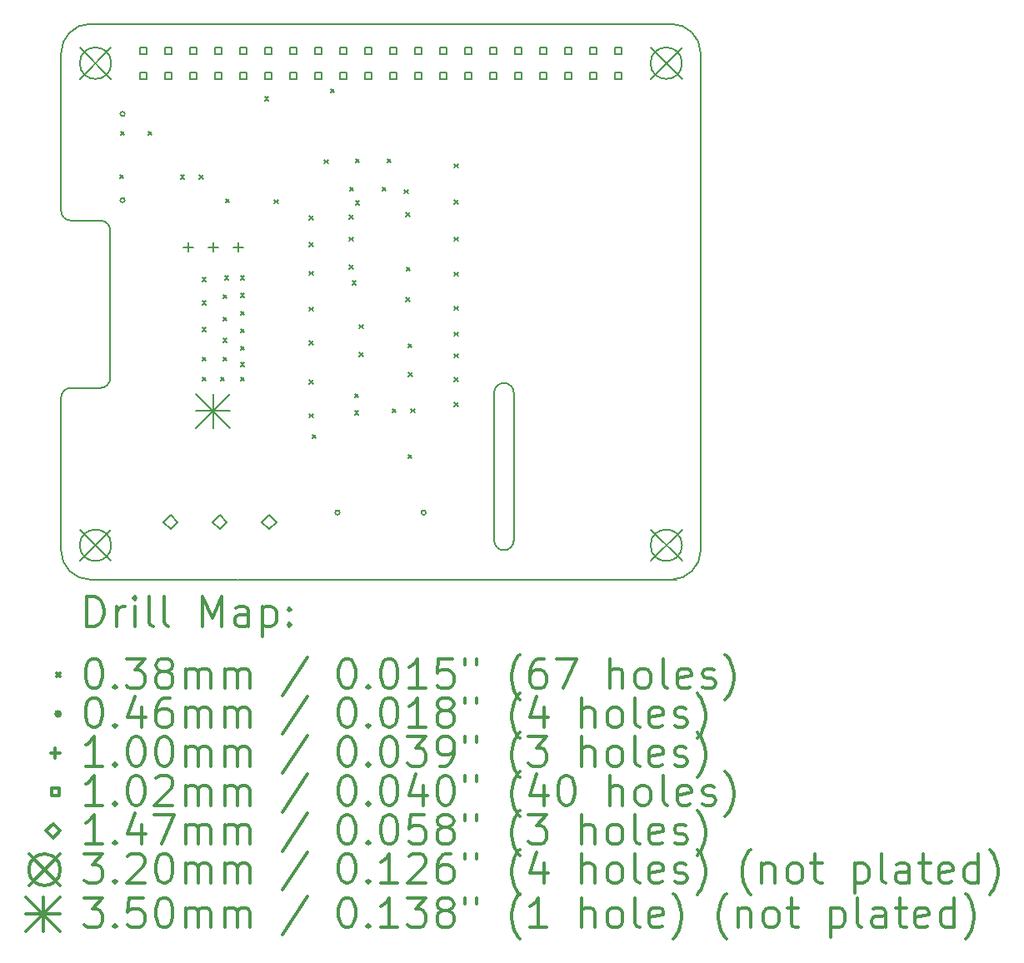
<source format=gbr>
%FSLAX45Y45*%
G04 Gerber Fmt 4.5, Leading zero omitted, Abs format (unit mm)*
G04 Created by KiCad (PCBNEW 4.0.7-e2-6376~61~ubuntu18.04.1) date Mon Nov  5 10:40:00 2018*
%MOMM*%
%LPD*%
G01*
G04 APERTURE LIST*
%ADD10C,0.127000*%
%ADD11C,0.150000*%
%ADD12C,0.200000*%
%ADD13C,0.300000*%
G04 APERTURE END LIST*
D10*
D11*
X3450000Y-7750000D02*
X4690000Y-7750000D01*
X3400000Y-7750000D02*
X3450000Y-7750000D01*
X4700800Y-7750000D02*
X9150800Y-7750000D01*
X3200000Y-7750000D02*
X3400000Y-7750000D01*
X7500000Y-5850000D02*
G75*
G03X7400000Y-5750000I-100000J0D01*
G01*
X7400000Y-5750000D02*
G75*
G03X7300000Y-5850000I0J-100000D01*
G01*
X7500000Y-7350000D02*
X7500000Y-5850000D01*
X7400000Y-7450000D02*
G75*
G03X7500000Y-7350000I0J100000D01*
G01*
X7300000Y-7350000D02*
G75*
G03X7400000Y-7450000I100000J0D01*
G01*
X7300000Y-7350000D02*
X7300000Y-5850000D01*
X2900000Y-4000000D02*
X2900000Y-2400000D01*
X2900000Y-4000000D02*
G75*
G03X3000000Y-4100000I100000J0D01*
G01*
X3300000Y-4100000D02*
X3000000Y-4100000D01*
X3400000Y-4200000D02*
G75*
G03X3300000Y-4100000I-100000J0D01*
G01*
X3400000Y-5700000D02*
X3400000Y-4200000D01*
X3300000Y-5800000D02*
G75*
G03X3400000Y-5700000I0J100000D01*
G01*
X3000000Y-5800000D02*
X3300000Y-5800000D01*
X3000000Y-5800000D02*
G75*
G03X2900000Y-5900000I0J-100000D01*
G01*
X2900000Y-7450000D02*
X2900000Y-5900000D01*
X2900000Y-7450000D02*
G75*
G03X3200000Y-7750000I300000J0D01*
G01*
X9100000Y-7750000D02*
G75*
G03X9400000Y-7450000I0J300000D01*
G01*
X9400000Y-2400000D02*
X9400000Y-7450000D01*
X9400000Y-2400000D02*
G75*
G03X9100000Y-2100000I-300000J0D01*
G01*
X9000000Y-2100000D02*
X9100000Y-2100000D01*
X3200000Y-2100000D02*
G75*
G03X2900000Y-2400000I0J-300000D01*
G01*
X3200000Y-2100000D02*
X9000000Y-2100000D01*
D12*
X3498850Y-3632200D02*
X3536950Y-3670300D01*
X3536950Y-3632200D02*
X3498850Y-3670300D01*
X3505200Y-3194050D02*
X3543300Y-3232150D01*
X3543300Y-3194050D02*
X3505200Y-3232150D01*
X3784600Y-3194050D02*
X3822700Y-3232150D01*
X3822700Y-3194050D02*
X3784600Y-3232150D01*
X4114800Y-3638550D02*
X4152900Y-3676650D01*
X4152900Y-3638550D02*
X4114800Y-3676650D01*
X4305300Y-3638550D02*
X4343400Y-3676650D01*
X4343400Y-3638550D02*
X4305300Y-3676650D01*
X4337050Y-4679950D02*
X4375150Y-4718050D01*
X4375150Y-4679950D02*
X4337050Y-4718050D01*
X4337050Y-4914900D02*
X4375150Y-4953000D01*
X4375150Y-4914900D02*
X4337050Y-4953000D01*
X4337050Y-5187950D02*
X4375150Y-5226050D01*
X4375150Y-5187950D02*
X4337050Y-5226050D01*
X4337050Y-5486400D02*
X4375150Y-5524500D01*
X4375150Y-5486400D02*
X4337050Y-5524500D01*
X4337050Y-5689600D02*
X4375150Y-5727700D01*
X4375150Y-5689600D02*
X4337050Y-5727700D01*
X4521200Y-5689600D02*
X4559300Y-5727700D01*
X4559300Y-5689600D02*
X4521200Y-5727700D01*
X4546600Y-4851400D02*
X4584700Y-4889500D01*
X4584700Y-4851400D02*
X4546600Y-4889500D01*
X4546600Y-5080000D02*
X4584700Y-5118100D01*
X4584700Y-5080000D02*
X4546600Y-5118100D01*
X4546600Y-5295900D02*
X4584700Y-5334000D01*
X4584700Y-5295900D02*
X4546600Y-5334000D01*
X4546600Y-5486400D02*
X4584700Y-5524500D01*
X4584700Y-5486400D02*
X4546600Y-5524500D01*
X4565650Y-4660900D02*
X4603750Y-4699000D01*
X4603750Y-4660900D02*
X4565650Y-4699000D01*
X4572000Y-3879850D02*
X4610100Y-3917950D01*
X4610100Y-3879850D02*
X4572000Y-3917950D01*
X4724400Y-4660900D02*
X4762500Y-4699000D01*
X4762500Y-4660900D02*
X4724400Y-4699000D01*
X4724400Y-4838700D02*
X4762500Y-4876800D01*
X4762500Y-4838700D02*
X4724400Y-4876800D01*
X4724400Y-5022850D02*
X4762500Y-5060950D01*
X4762500Y-5022850D02*
X4724400Y-5060950D01*
X4724400Y-5200650D02*
X4762500Y-5238750D01*
X4762500Y-5200650D02*
X4724400Y-5238750D01*
X4724400Y-5378450D02*
X4762500Y-5416550D01*
X4762500Y-5378450D02*
X4724400Y-5416550D01*
X4724400Y-5543550D02*
X4762500Y-5581650D01*
X4762500Y-5543550D02*
X4724400Y-5581650D01*
X4724400Y-5689600D02*
X4762500Y-5727700D01*
X4762500Y-5689600D02*
X4724400Y-5727700D01*
X4968250Y-2842250D02*
X5006350Y-2880350D01*
X5006350Y-2842250D02*
X4968250Y-2880350D01*
X5067300Y-3886200D02*
X5105400Y-3924300D01*
X5105400Y-3886200D02*
X5067300Y-3924300D01*
X5422900Y-4051300D02*
X5461000Y-4089400D01*
X5461000Y-4051300D02*
X5422900Y-4089400D01*
X5422900Y-4324350D02*
X5461000Y-4362450D01*
X5461000Y-4324350D02*
X5422900Y-4362450D01*
X5422900Y-4616450D02*
X5461000Y-4654550D01*
X5461000Y-4616450D02*
X5422900Y-4654550D01*
X5422900Y-4978400D02*
X5461000Y-5016500D01*
X5461000Y-4978400D02*
X5422900Y-5016500D01*
X5422900Y-5321300D02*
X5461000Y-5359400D01*
X5461000Y-5321300D02*
X5422900Y-5359400D01*
X5422900Y-5721350D02*
X5461000Y-5759450D01*
X5461000Y-5721350D02*
X5422900Y-5759450D01*
X5422900Y-6064250D02*
X5461000Y-6102350D01*
X5461000Y-6064250D02*
X5422900Y-6102350D01*
X5454650Y-6273800D02*
X5492750Y-6311900D01*
X5492750Y-6273800D02*
X5454650Y-6311900D01*
X5575300Y-3479800D02*
X5613400Y-3517900D01*
X5613400Y-3479800D02*
X5575300Y-3517900D01*
X5638800Y-2762250D02*
X5676900Y-2800350D01*
X5676900Y-2762250D02*
X5638800Y-2800350D01*
X5829300Y-4044950D02*
X5867400Y-4083050D01*
X5867400Y-4044950D02*
X5829300Y-4083050D01*
X5829300Y-4267200D02*
X5867400Y-4305300D01*
X5867400Y-4267200D02*
X5829300Y-4305300D01*
X5829300Y-4552950D02*
X5867400Y-4591050D01*
X5867400Y-4552950D02*
X5829300Y-4591050D01*
X5835650Y-3759200D02*
X5873750Y-3797300D01*
X5873750Y-3759200D02*
X5835650Y-3797300D01*
X5861050Y-4711700D02*
X5899150Y-4749800D01*
X5899150Y-4711700D02*
X5861050Y-4749800D01*
X5886450Y-5861050D02*
X5924550Y-5899150D01*
X5924550Y-5861050D02*
X5886450Y-5899150D01*
X5886450Y-6032500D02*
X5924550Y-6070600D01*
X5924550Y-6032500D02*
X5886450Y-6070600D01*
X5892800Y-3473450D02*
X5930900Y-3511550D01*
X5930900Y-3473450D02*
X5892800Y-3511550D01*
X5892800Y-3898900D02*
X5930900Y-3937000D01*
X5930900Y-3898900D02*
X5892800Y-3937000D01*
X5930900Y-5441950D02*
X5969000Y-5480050D01*
X5969000Y-5441950D02*
X5930900Y-5480050D01*
X5932550Y-5156200D02*
X5970650Y-5194300D01*
X5970650Y-5156200D02*
X5932550Y-5194300D01*
X6165850Y-3759200D02*
X6203950Y-3797300D01*
X6203950Y-3759200D02*
X6165850Y-3797300D01*
X6216650Y-3473450D02*
X6254750Y-3511550D01*
X6254750Y-3473450D02*
X6216650Y-3511550D01*
X6267450Y-6013450D02*
X6305550Y-6051550D01*
X6305550Y-6013450D02*
X6267450Y-6051550D01*
X6388100Y-3784600D02*
X6426200Y-3822700D01*
X6426200Y-3784600D02*
X6388100Y-3822700D01*
X6407150Y-4019550D02*
X6445250Y-4057650D01*
X6445250Y-4019550D02*
X6407150Y-4057650D01*
X6407150Y-4883150D02*
X6445250Y-4921250D01*
X6445250Y-4883150D02*
X6407150Y-4921250D01*
X6409150Y-4572000D02*
X6447250Y-4610100D01*
X6447250Y-4572000D02*
X6409150Y-4610100D01*
X6426200Y-5353050D02*
X6464300Y-5391150D01*
X6464300Y-5353050D02*
X6426200Y-5391150D01*
X6426200Y-6477000D02*
X6464300Y-6515100D01*
X6464300Y-6477000D02*
X6426200Y-6515100D01*
X6432550Y-5645150D02*
X6470650Y-5683250D01*
X6470650Y-5645150D02*
X6432550Y-5683250D01*
X6457950Y-6013450D02*
X6496050Y-6051550D01*
X6496050Y-6013450D02*
X6457950Y-6051550D01*
X6896100Y-3524250D02*
X6934200Y-3562350D01*
X6934200Y-3524250D02*
X6896100Y-3562350D01*
X6896100Y-3892550D02*
X6934200Y-3930650D01*
X6934200Y-3892550D02*
X6896100Y-3930650D01*
X6896100Y-4267200D02*
X6934200Y-4305300D01*
X6934200Y-4267200D02*
X6896100Y-4305300D01*
X6896100Y-4622800D02*
X6934200Y-4660900D01*
X6934200Y-4622800D02*
X6896100Y-4660900D01*
X6896100Y-4972050D02*
X6934200Y-5010150D01*
X6934200Y-4972050D02*
X6896100Y-5010150D01*
X6896100Y-5232400D02*
X6934200Y-5270500D01*
X6934200Y-5232400D02*
X6896100Y-5270500D01*
X6896100Y-5454650D02*
X6934200Y-5492750D01*
X6934200Y-5454650D02*
X6896100Y-5492750D01*
X6896100Y-5695950D02*
X6934200Y-5734050D01*
X6934200Y-5695950D02*
X6896100Y-5734050D01*
X6896100Y-5949950D02*
X6934200Y-5988050D01*
X6934200Y-5949950D02*
X6896100Y-5988050D01*
X3547800Y-3016400D02*
G75*
G03X3547800Y-3016400I-23000J0D01*
G01*
X3547800Y-3892400D02*
G75*
G03X3547800Y-3892400I-23000J0D01*
G01*
X5731800Y-7067000D02*
G75*
G03X5731800Y-7067000I-23000J0D01*
G01*
X6607800Y-7067000D02*
G75*
G03X6607800Y-7067000I-23000J0D01*
G01*
X4191000Y-4318800D02*
X4191000Y-4418800D01*
X4141000Y-4368800D02*
X4241000Y-4368800D01*
X4445000Y-4318800D02*
X4445000Y-4418800D01*
X4395000Y-4368800D02*
X4495000Y-4368800D01*
X4699000Y-4318800D02*
X4699000Y-4418800D01*
X4649000Y-4368800D02*
X4749000Y-4368800D01*
X3772921Y-2408921D02*
X3772921Y-2337079D01*
X3701079Y-2337079D01*
X3701079Y-2408921D01*
X3772921Y-2408921D01*
X3772921Y-2662921D02*
X3772921Y-2591079D01*
X3701079Y-2591079D01*
X3701079Y-2662921D01*
X3772921Y-2662921D01*
X4026921Y-2408921D02*
X4026921Y-2337079D01*
X3955079Y-2337079D01*
X3955079Y-2408921D01*
X4026921Y-2408921D01*
X4026921Y-2662921D02*
X4026921Y-2591079D01*
X3955079Y-2591079D01*
X3955079Y-2662921D01*
X4026921Y-2662921D01*
X4280921Y-2408921D02*
X4280921Y-2337079D01*
X4209079Y-2337079D01*
X4209079Y-2408921D01*
X4280921Y-2408921D01*
X4280921Y-2662921D02*
X4280921Y-2591079D01*
X4209079Y-2591079D01*
X4209079Y-2662921D01*
X4280921Y-2662921D01*
X4534921Y-2408921D02*
X4534921Y-2337079D01*
X4463079Y-2337079D01*
X4463079Y-2408921D01*
X4534921Y-2408921D01*
X4534921Y-2662921D02*
X4534921Y-2591079D01*
X4463079Y-2591079D01*
X4463079Y-2662921D01*
X4534921Y-2662921D01*
X4788921Y-2408921D02*
X4788921Y-2337079D01*
X4717079Y-2337079D01*
X4717079Y-2408921D01*
X4788921Y-2408921D01*
X4788921Y-2662921D02*
X4788921Y-2591079D01*
X4717079Y-2591079D01*
X4717079Y-2662921D01*
X4788921Y-2662921D01*
X5042921Y-2408921D02*
X5042921Y-2337079D01*
X4971079Y-2337079D01*
X4971079Y-2408921D01*
X5042921Y-2408921D01*
X5042921Y-2662921D02*
X5042921Y-2591079D01*
X4971079Y-2591079D01*
X4971079Y-2662921D01*
X5042921Y-2662921D01*
X5296921Y-2408921D02*
X5296921Y-2337079D01*
X5225079Y-2337079D01*
X5225079Y-2408921D01*
X5296921Y-2408921D01*
X5296921Y-2662921D02*
X5296921Y-2591079D01*
X5225079Y-2591079D01*
X5225079Y-2662921D01*
X5296921Y-2662921D01*
X5550921Y-2408921D02*
X5550921Y-2337079D01*
X5479079Y-2337079D01*
X5479079Y-2408921D01*
X5550921Y-2408921D01*
X5550921Y-2662921D02*
X5550921Y-2591079D01*
X5479079Y-2591079D01*
X5479079Y-2662921D01*
X5550921Y-2662921D01*
X5804921Y-2408921D02*
X5804921Y-2337079D01*
X5733079Y-2337079D01*
X5733079Y-2408921D01*
X5804921Y-2408921D01*
X5804921Y-2662921D02*
X5804921Y-2591079D01*
X5733079Y-2591079D01*
X5733079Y-2662921D01*
X5804921Y-2662921D01*
X6058921Y-2408921D02*
X6058921Y-2337079D01*
X5987079Y-2337079D01*
X5987079Y-2408921D01*
X6058921Y-2408921D01*
X6058921Y-2662921D02*
X6058921Y-2591079D01*
X5987079Y-2591079D01*
X5987079Y-2662921D01*
X6058921Y-2662921D01*
X6312921Y-2408921D02*
X6312921Y-2337079D01*
X6241079Y-2337079D01*
X6241079Y-2408921D01*
X6312921Y-2408921D01*
X6312921Y-2662921D02*
X6312921Y-2591079D01*
X6241079Y-2591079D01*
X6241079Y-2662921D01*
X6312921Y-2662921D01*
X6566921Y-2408921D02*
X6566921Y-2337079D01*
X6495079Y-2337079D01*
X6495079Y-2408921D01*
X6566921Y-2408921D01*
X6566921Y-2662921D02*
X6566921Y-2591079D01*
X6495079Y-2591079D01*
X6495079Y-2662921D01*
X6566921Y-2662921D01*
X6820921Y-2408921D02*
X6820921Y-2337079D01*
X6749079Y-2337079D01*
X6749079Y-2408921D01*
X6820921Y-2408921D01*
X6820921Y-2662921D02*
X6820921Y-2591079D01*
X6749079Y-2591079D01*
X6749079Y-2662921D01*
X6820921Y-2662921D01*
X7074921Y-2408921D02*
X7074921Y-2337079D01*
X7003079Y-2337079D01*
X7003079Y-2408921D01*
X7074921Y-2408921D01*
X7074921Y-2662921D02*
X7074921Y-2591079D01*
X7003079Y-2591079D01*
X7003079Y-2662921D01*
X7074921Y-2662921D01*
X7328921Y-2408921D02*
X7328921Y-2337079D01*
X7257079Y-2337079D01*
X7257079Y-2408921D01*
X7328921Y-2408921D01*
X7328921Y-2662921D02*
X7328921Y-2591079D01*
X7257079Y-2591079D01*
X7257079Y-2662921D01*
X7328921Y-2662921D01*
X7582921Y-2408921D02*
X7582921Y-2337079D01*
X7511079Y-2337079D01*
X7511079Y-2408921D01*
X7582921Y-2408921D01*
X7582921Y-2662921D02*
X7582921Y-2591079D01*
X7511079Y-2591079D01*
X7511079Y-2662921D01*
X7582921Y-2662921D01*
X7836921Y-2408921D02*
X7836921Y-2337079D01*
X7765079Y-2337079D01*
X7765079Y-2408921D01*
X7836921Y-2408921D01*
X7836921Y-2662921D02*
X7836921Y-2591079D01*
X7765079Y-2591079D01*
X7765079Y-2662921D01*
X7836921Y-2662921D01*
X8090921Y-2408921D02*
X8090921Y-2337079D01*
X8019079Y-2337079D01*
X8019079Y-2408921D01*
X8090921Y-2408921D01*
X8090921Y-2662921D02*
X8090921Y-2591079D01*
X8019079Y-2591079D01*
X8019079Y-2662921D01*
X8090921Y-2662921D01*
X8344921Y-2408921D02*
X8344921Y-2337079D01*
X8273079Y-2337079D01*
X8273079Y-2408921D01*
X8344921Y-2408921D01*
X8344921Y-2662921D02*
X8344921Y-2591079D01*
X8273079Y-2591079D01*
X8273079Y-2662921D01*
X8344921Y-2662921D01*
X8598921Y-2408921D02*
X8598921Y-2337079D01*
X8527079Y-2337079D01*
X8527079Y-2408921D01*
X8598921Y-2408921D01*
X8598921Y-2662921D02*
X8598921Y-2591079D01*
X8527079Y-2591079D01*
X8527079Y-2662921D01*
X8598921Y-2662921D01*
X4013200Y-7236300D02*
X4086700Y-7162800D01*
X4013200Y-7089300D01*
X3939700Y-7162800D01*
X4013200Y-7236300D01*
X4513200Y-7236300D02*
X4586700Y-7162800D01*
X4513200Y-7089300D01*
X4439700Y-7162800D01*
X4513200Y-7236300D01*
X5013200Y-7236300D02*
X5086700Y-7162800D01*
X5013200Y-7089300D01*
X4939700Y-7162800D01*
X5013200Y-7236300D01*
X3090000Y-2340000D02*
X3410000Y-2660000D01*
X3410000Y-2340000D02*
X3090000Y-2660000D01*
X3410000Y-2500000D02*
G75*
G03X3410000Y-2500000I-160000J0D01*
G01*
X3090000Y-7240000D02*
X3410000Y-7560000D01*
X3410000Y-7240000D02*
X3090000Y-7560000D01*
X3410000Y-7400000D02*
G75*
G03X3410000Y-7400000I-160000J0D01*
G01*
X8890000Y-2340000D02*
X9210000Y-2660000D01*
X9210000Y-2340000D02*
X8890000Y-2660000D01*
X9210000Y-2500000D02*
G75*
G03X9210000Y-2500000I-160000J0D01*
G01*
X8890000Y-7240000D02*
X9210000Y-7560000D01*
X9210000Y-7240000D02*
X8890000Y-7560000D01*
X9210000Y-7400000D02*
G75*
G03X9210000Y-7400000I-160000J0D01*
G01*
X4270000Y-5859800D02*
X4620000Y-6209800D01*
X4620000Y-5859800D02*
X4270000Y-6209800D01*
X4445000Y-5859800D02*
X4445000Y-6209800D01*
X4270000Y-6034800D02*
X4620000Y-6034800D01*
D13*
X3163928Y-8223214D02*
X3163928Y-7923214D01*
X3235357Y-7923214D01*
X3278214Y-7937500D01*
X3306786Y-7966071D01*
X3321071Y-7994643D01*
X3335357Y-8051786D01*
X3335357Y-8094643D01*
X3321071Y-8151786D01*
X3306786Y-8180357D01*
X3278214Y-8208929D01*
X3235357Y-8223214D01*
X3163928Y-8223214D01*
X3463928Y-8223214D02*
X3463928Y-8023214D01*
X3463928Y-8080357D02*
X3478214Y-8051786D01*
X3492500Y-8037500D01*
X3521071Y-8023214D01*
X3549643Y-8023214D01*
X3649643Y-8223214D02*
X3649643Y-8023214D01*
X3649643Y-7923214D02*
X3635357Y-7937500D01*
X3649643Y-7951786D01*
X3663928Y-7937500D01*
X3649643Y-7923214D01*
X3649643Y-7951786D01*
X3835357Y-8223214D02*
X3806786Y-8208929D01*
X3792500Y-8180357D01*
X3792500Y-7923214D01*
X3992500Y-8223214D02*
X3963928Y-8208929D01*
X3949643Y-8180357D01*
X3949643Y-7923214D01*
X4335357Y-8223214D02*
X4335357Y-7923214D01*
X4435357Y-8137500D01*
X4535357Y-7923214D01*
X4535357Y-8223214D01*
X4806786Y-8223214D02*
X4806786Y-8066071D01*
X4792500Y-8037500D01*
X4763929Y-8023214D01*
X4706786Y-8023214D01*
X4678214Y-8037500D01*
X4806786Y-8208929D02*
X4778214Y-8223214D01*
X4706786Y-8223214D01*
X4678214Y-8208929D01*
X4663929Y-8180357D01*
X4663929Y-8151786D01*
X4678214Y-8123214D01*
X4706786Y-8108929D01*
X4778214Y-8108929D01*
X4806786Y-8094643D01*
X4949643Y-8023214D02*
X4949643Y-8323214D01*
X4949643Y-8037500D02*
X4978214Y-8023214D01*
X5035357Y-8023214D01*
X5063929Y-8037500D01*
X5078214Y-8051786D01*
X5092500Y-8080357D01*
X5092500Y-8166071D01*
X5078214Y-8194643D01*
X5063929Y-8208929D01*
X5035357Y-8223214D01*
X4978214Y-8223214D01*
X4949643Y-8208929D01*
X5221071Y-8194643D02*
X5235357Y-8208929D01*
X5221071Y-8223214D01*
X5206786Y-8208929D01*
X5221071Y-8194643D01*
X5221071Y-8223214D01*
X5221071Y-8037500D02*
X5235357Y-8051786D01*
X5221071Y-8066071D01*
X5206786Y-8051786D01*
X5221071Y-8037500D01*
X5221071Y-8066071D01*
X2854400Y-8698450D02*
X2892500Y-8736550D01*
X2892500Y-8698450D02*
X2854400Y-8736550D01*
X3221071Y-8553214D02*
X3249643Y-8553214D01*
X3278214Y-8567500D01*
X3292500Y-8581786D01*
X3306786Y-8610357D01*
X3321071Y-8667500D01*
X3321071Y-8738929D01*
X3306786Y-8796072D01*
X3292500Y-8824643D01*
X3278214Y-8838929D01*
X3249643Y-8853214D01*
X3221071Y-8853214D01*
X3192500Y-8838929D01*
X3178214Y-8824643D01*
X3163928Y-8796072D01*
X3149643Y-8738929D01*
X3149643Y-8667500D01*
X3163928Y-8610357D01*
X3178214Y-8581786D01*
X3192500Y-8567500D01*
X3221071Y-8553214D01*
X3449643Y-8824643D02*
X3463928Y-8838929D01*
X3449643Y-8853214D01*
X3435357Y-8838929D01*
X3449643Y-8824643D01*
X3449643Y-8853214D01*
X3563928Y-8553214D02*
X3749643Y-8553214D01*
X3649643Y-8667500D01*
X3692500Y-8667500D01*
X3721071Y-8681786D01*
X3735357Y-8696072D01*
X3749643Y-8724643D01*
X3749643Y-8796072D01*
X3735357Y-8824643D01*
X3721071Y-8838929D01*
X3692500Y-8853214D01*
X3606786Y-8853214D01*
X3578214Y-8838929D01*
X3563928Y-8824643D01*
X3921071Y-8681786D02*
X3892500Y-8667500D01*
X3878214Y-8653214D01*
X3863928Y-8624643D01*
X3863928Y-8610357D01*
X3878214Y-8581786D01*
X3892500Y-8567500D01*
X3921071Y-8553214D01*
X3978214Y-8553214D01*
X4006786Y-8567500D01*
X4021071Y-8581786D01*
X4035357Y-8610357D01*
X4035357Y-8624643D01*
X4021071Y-8653214D01*
X4006786Y-8667500D01*
X3978214Y-8681786D01*
X3921071Y-8681786D01*
X3892500Y-8696072D01*
X3878214Y-8710357D01*
X3863928Y-8738929D01*
X3863928Y-8796072D01*
X3878214Y-8824643D01*
X3892500Y-8838929D01*
X3921071Y-8853214D01*
X3978214Y-8853214D01*
X4006786Y-8838929D01*
X4021071Y-8824643D01*
X4035357Y-8796072D01*
X4035357Y-8738929D01*
X4021071Y-8710357D01*
X4006786Y-8696072D01*
X3978214Y-8681786D01*
X4163928Y-8853214D02*
X4163928Y-8653214D01*
X4163928Y-8681786D02*
X4178214Y-8667500D01*
X4206786Y-8653214D01*
X4249643Y-8653214D01*
X4278214Y-8667500D01*
X4292500Y-8696072D01*
X4292500Y-8853214D01*
X4292500Y-8696072D02*
X4306786Y-8667500D01*
X4335357Y-8653214D01*
X4378214Y-8653214D01*
X4406786Y-8667500D01*
X4421071Y-8696072D01*
X4421071Y-8853214D01*
X4563929Y-8853214D02*
X4563929Y-8653214D01*
X4563929Y-8681786D02*
X4578214Y-8667500D01*
X4606786Y-8653214D01*
X4649643Y-8653214D01*
X4678214Y-8667500D01*
X4692500Y-8696072D01*
X4692500Y-8853214D01*
X4692500Y-8696072D02*
X4706786Y-8667500D01*
X4735357Y-8653214D01*
X4778214Y-8653214D01*
X4806786Y-8667500D01*
X4821071Y-8696072D01*
X4821071Y-8853214D01*
X5406786Y-8538929D02*
X5149643Y-8924643D01*
X5792500Y-8553214D02*
X5821071Y-8553214D01*
X5849643Y-8567500D01*
X5863928Y-8581786D01*
X5878214Y-8610357D01*
X5892500Y-8667500D01*
X5892500Y-8738929D01*
X5878214Y-8796072D01*
X5863928Y-8824643D01*
X5849643Y-8838929D01*
X5821071Y-8853214D01*
X5792500Y-8853214D01*
X5763928Y-8838929D01*
X5749643Y-8824643D01*
X5735357Y-8796072D01*
X5721071Y-8738929D01*
X5721071Y-8667500D01*
X5735357Y-8610357D01*
X5749643Y-8581786D01*
X5763928Y-8567500D01*
X5792500Y-8553214D01*
X6021071Y-8824643D02*
X6035357Y-8838929D01*
X6021071Y-8853214D01*
X6006786Y-8838929D01*
X6021071Y-8824643D01*
X6021071Y-8853214D01*
X6221071Y-8553214D02*
X6249643Y-8553214D01*
X6278214Y-8567500D01*
X6292500Y-8581786D01*
X6306785Y-8610357D01*
X6321071Y-8667500D01*
X6321071Y-8738929D01*
X6306785Y-8796072D01*
X6292500Y-8824643D01*
X6278214Y-8838929D01*
X6249643Y-8853214D01*
X6221071Y-8853214D01*
X6192500Y-8838929D01*
X6178214Y-8824643D01*
X6163928Y-8796072D01*
X6149643Y-8738929D01*
X6149643Y-8667500D01*
X6163928Y-8610357D01*
X6178214Y-8581786D01*
X6192500Y-8567500D01*
X6221071Y-8553214D01*
X6606785Y-8853214D02*
X6435357Y-8853214D01*
X6521071Y-8853214D02*
X6521071Y-8553214D01*
X6492500Y-8596072D01*
X6463928Y-8624643D01*
X6435357Y-8638929D01*
X6878214Y-8553214D02*
X6735357Y-8553214D01*
X6721071Y-8696072D01*
X6735357Y-8681786D01*
X6763928Y-8667500D01*
X6835357Y-8667500D01*
X6863928Y-8681786D01*
X6878214Y-8696072D01*
X6892500Y-8724643D01*
X6892500Y-8796072D01*
X6878214Y-8824643D01*
X6863928Y-8838929D01*
X6835357Y-8853214D01*
X6763928Y-8853214D01*
X6735357Y-8838929D01*
X6721071Y-8824643D01*
X7006786Y-8553214D02*
X7006786Y-8610357D01*
X7121071Y-8553214D02*
X7121071Y-8610357D01*
X7563928Y-8967500D02*
X7549643Y-8953214D01*
X7521071Y-8910357D01*
X7506785Y-8881786D01*
X7492500Y-8838929D01*
X7478214Y-8767500D01*
X7478214Y-8710357D01*
X7492500Y-8638929D01*
X7506785Y-8596072D01*
X7521071Y-8567500D01*
X7549643Y-8524643D01*
X7563928Y-8510357D01*
X7806785Y-8553214D02*
X7749643Y-8553214D01*
X7721071Y-8567500D01*
X7706785Y-8581786D01*
X7678214Y-8624643D01*
X7663928Y-8681786D01*
X7663928Y-8796072D01*
X7678214Y-8824643D01*
X7692500Y-8838929D01*
X7721071Y-8853214D01*
X7778214Y-8853214D01*
X7806785Y-8838929D01*
X7821071Y-8824643D01*
X7835357Y-8796072D01*
X7835357Y-8724643D01*
X7821071Y-8696072D01*
X7806785Y-8681786D01*
X7778214Y-8667500D01*
X7721071Y-8667500D01*
X7692500Y-8681786D01*
X7678214Y-8696072D01*
X7663928Y-8724643D01*
X7935357Y-8553214D02*
X8135357Y-8553214D01*
X8006785Y-8853214D01*
X8478214Y-8853214D02*
X8478214Y-8553214D01*
X8606786Y-8853214D02*
X8606786Y-8696072D01*
X8592500Y-8667500D01*
X8563928Y-8653214D01*
X8521071Y-8653214D01*
X8492500Y-8667500D01*
X8478214Y-8681786D01*
X8792500Y-8853214D02*
X8763928Y-8838929D01*
X8749643Y-8824643D01*
X8735357Y-8796072D01*
X8735357Y-8710357D01*
X8749643Y-8681786D01*
X8763928Y-8667500D01*
X8792500Y-8653214D01*
X8835357Y-8653214D01*
X8863928Y-8667500D01*
X8878214Y-8681786D01*
X8892500Y-8710357D01*
X8892500Y-8796072D01*
X8878214Y-8824643D01*
X8863928Y-8838929D01*
X8835357Y-8853214D01*
X8792500Y-8853214D01*
X9063928Y-8853214D02*
X9035357Y-8838929D01*
X9021071Y-8810357D01*
X9021071Y-8553214D01*
X9292500Y-8838929D02*
X9263929Y-8853214D01*
X9206786Y-8853214D01*
X9178214Y-8838929D01*
X9163929Y-8810357D01*
X9163929Y-8696072D01*
X9178214Y-8667500D01*
X9206786Y-8653214D01*
X9263929Y-8653214D01*
X9292500Y-8667500D01*
X9306786Y-8696072D01*
X9306786Y-8724643D01*
X9163929Y-8753214D01*
X9421071Y-8838929D02*
X9449643Y-8853214D01*
X9506786Y-8853214D01*
X9535357Y-8838929D01*
X9549643Y-8810357D01*
X9549643Y-8796072D01*
X9535357Y-8767500D01*
X9506786Y-8753214D01*
X9463929Y-8753214D01*
X9435357Y-8738929D01*
X9421071Y-8710357D01*
X9421071Y-8696072D01*
X9435357Y-8667500D01*
X9463929Y-8653214D01*
X9506786Y-8653214D01*
X9535357Y-8667500D01*
X9649643Y-8967500D02*
X9663929Y-8953214D01*
X9692500Y-8910357D01*
X9706786Y-8881786D01*
X9721071Y-8838929D01*
X9735357Y-8767500D01*
X9735357Y-8710357D01*
X9721071Y-8638929D01*
X9706786Y-8596072D01*
X9692500Y-8567500D01*
X9663929Y-8524643D01*
X9649643Y-8510357D01*
X2892500Y-9113500D02*
G75*
G03X2892500Y-9113500I-23000J0D01*
G01*
X3221071Y-8949214D02*
X3249643Y-8949214D01*
X3278214Y-8963500D01*
X3292500Y-8977786D01*
X3306786Y-9006357D01*
X3321071Y-9063500D01*
X3321071Y-9134929D01*
X3306786Y-9192072D01*
X3292500Y-9220643D01*
X3278214Y-9234929D01*
X3249643Y-9249214D01*
X3221071Y-9249214D01*
X3192500Y-9234929D01*
X3178214Y-9220643D01*
X3163928Y-9192072D01*
X3149643Y-9134929D01*
X3149643Y-9063500D01*
X3163928Y-9006357D01*
X3178214Y-8977786D01*
X3192500Y-8963500D01*
X3221071Y-8949214D01*
X3449643Y-9220643D02*
X3463928Y-9234929D01*
X3449643Y-9249214D01*
X3435357Y-9234929D01*
X3449643Y-9220643D01*
X3449643Y-9249214D01*
X3721071Y-9049214D02*
X3721071Y-9249214D01*
X3649643Y-8934929D02*
X3578214Y-9149214D01*
X3763928Y-9149214D01*
X4006786Y-8949214D02*
X3949643Y-8949214D01*
X3921071Y-8963500D01*
X3906786Y-8977786D01*
X3878214Y-9020643D01*
X3863928Y-9077786D01*
X3863928Y-9192072D01*
X3878214Y-9220643D01*
X3892500Y-9234929D01*
X3921071Y-9249214D01*
X3978214Y-9249214D01*
X4006786Y-9234929D01*
X4021071Y-9220643D01*
X4035357Y-9192072D01*
X4035357Y-9120643D01*
X4021071Y-9092072D01*
X4006786Y-9077786D01*
X3978214Y-9063500D01*
X3921071Y-9063500D01*
X3892500Y-9077786D01*
X3878214Y-9092072D01*
X3863928Y-9120643D01*
X4163928Y-9249214D02*
X4163928Y-9049214D01*
X4163928Y-9077786D02*
X4178214Y-9063500D01*
X4206786Y-9049214D01*
X4249643Y-9049214D01*
X4278214Y-9063500D01*
X4292500Y-9092072D01*
X4292500Y-9249214D01*
X4292500Y-9092072D02*
X4306786Y-9063500D01*
X4335357Y-9049214D01*
X4378214Y-9049214D01*
X4406786Y-9063500D01*
X4421071Y-9092072D01*
X4421071Y-9249214D01*
X4563929Y-9249214D02*
X4563929Y-9049214D01*
X4563929Y-9077786D02*
X4578214Y-9063500D01*
X4606786Y-9049214D01*
X4649643Y-9049214D01*
X4678214Y-9063500D01*
X4692500Y-9092072D01*
X4692500Y-9249214D01*
X4692500Y-9092072D02*
X4706786Y-9063500D01*
X4735357Y-9049214D01*
X4778214Y-9049214D01*
X4806786Y-9063500D01*
X4821071Y-9092072D01*
X4821071Y-9249214D01*
X5406786Y-8934929D02*
X5149643Y-9320643D01*
X5792500Y-8949214D02*
X5821071Y-8949214D01*
X5849643Y-8963500D01*
X5863928Y-8977786D01*
X5878214Y-9006357D01*
X5892500Y-9063500D01*
X5892500Y-9134929D01*
X5878214Y-9192072D01*
X5863928Y-9220643D01*
X5849643Y-9234929D01*
X5821071Y-9249214D01*
X5792500Y-9249214D01*
X5763928Y-9234929D01*
X5749643Y-9220643D01*
X5735357Y-9192072D01*
X5721071Y-9134929D01*
X5721071Y-9063500D01*
X5735357Y-9006357D01*
X5749643Y-8977786D01*
X5763928Y-8963500D01*
X5792500Y-8949214D01*
X6021071Y-9220643D02*
X6035357Y-9234929D01*
X6021071Y-9249214D01*
X6006786Y-9234929D01*
X6021071Y-9220643D01*
X6021071Y-9249214D01*
X6221071Y-8949214D02*
X6249643Y-8949214D01*
X6278214Y-8963500D01*
X6292500Y-8977786D01*
X6306785Y-9006357D01*
X6321071Y-9063500D01*
X6321071Y-9134929D01*
X6306785Y-9192072D01*
X6292500Y-9220643D01*
X6278214Y-9234929D01*
X6249643Y-9249214D01*
X6221071Y-9249214D01*
X6192500Y-9234929D01*
X6178214Y-9220643D01*
X6163928Y-9192072D01*
X6149643Y-9134929D01*
X6149643Y-9063500D01*
X6163928Y-9006357D01*
X6178214Y-8977786D01*
X6192500Y-8963500D01*
X6221071Y-8949214D01*
X6606785Y-9249214D02*
X6435357Y-9249214D01*
X6521071Y-9249214D02*
X6521071Y-8949214D01*
X6492500Y-8992072D01*
X6463928Y-9020643D01*
X6435357Y-9034929D01*
X6778214Y-9077786D02*
X6749643Y-9063500D01*
X6735357Y-9049214D01*
X6721071Y-9020643D01*
X6721071Y-9006357D01*
X6735357Y-8977786D01*
X6749643Y-8963500D01*
X6778214Y-8949214D01*
X6835357Y-8949214D01*
X6863928Y-8963500D01*
X6878214Y-8977786D01*
X6892500Y-9006357D01*
X6892500Y-9020643D01*
X6878214Y-9049214D01*
X6863928Y-9063500D01*
X6835357Y-9077786D01*
X6778214Y-9077786D01*
X6749643Y-9092072D01*
X6735357Y-9106357D01*
X6721071Y-9134929D01*
X6721071Y-9192072D01*
X6735357Y-9220643D01*
X6749643Y-9234929D01*
X6778214Y-9249214D01*
X6835357Y-9249214D01*
X6863928Y-9234929D01*
X6878214Y-9220643D01*
X6892500Y-9192072D01*
X6892500Y-9134929D01*
X6878214Y-9106357D01*
X6863928Y-9092072D01*
X6835357Y-9077786D01*
X7006786Y-8949214D02*
X7006786Y-9006357D01*
X7121071Y-8949214D02*
X7121071Y-9006357D01*
X7563928Y-9363500D02*
X7549643Y-9349214D01*
X7521071Y-9306357D01*
X7506785Y-9277786D01*
X7492500Y-9234929D01*
X7478214Y-9163500D01*
X7478214Y-9106357D01*
X7492500Y-9034929D01*
X7506785Y-8992072D01*
X7521071Y-8963500D01*
X7549643Y-8920643D01*
X7563928Y-8906357D01*
X7806785Y-9049214D02*
X7806785Y-9249214D01*
X7735357Y-8934929D02*
X7663928Y-9149214D01*
X7849643Y-9149214D01*
X8192500Y-9249214D02*
X8192500Y-8949214D01*
X8321071Y-9249214D02*
X8321071Y-9092072D01*
X8306785Y-9063500D01*
X8278214Y-9049214D01*
X8235357Y-9049214D01*
X8206785Y-9063500D01*
X8192500Y-9077786D01*
X8506786Y-9249214D02*
X8478214Y-9234929D01*
X8463928Y-9220643D01*
X8449643Y-9192072D01*
X8449643Y-9106357D01*
X8463928Y-9077786D01*
X8478214Y-9063500D01*
X8506786Y-9049214D01*
X8549643Y-9049214D01*
X8578214Y-9063500D01*
X8592500Y-9077786D01*
X8606786Y-9106357D01*
X8606786Y-9192072D01*
X8592500Y-9220643D01*
X8578214Y-9234929D01*
X8549643Y-9249214D01*
X8506786Y-9249214D01*
X8778214Y-9249214D02*
X8749643Y-9234929D01*
X8735357Y-9206357D01*
X8735357Y-8949214D01*
X9006786Y-9234929D02*
X8978214Y-9249214D01*
X8921071Y-9249214D01*
X8892500Y-9234929D01*
X8878214Y-9206357D01*
X8878214Y-9092072D01*
X8892500Y-9063500D01*
X8921071Y-9049214D01*
X8978214Y-9049214D01*
X9006786Y-9063500D01*
X9021071Y-9092072D01*
X9021071Y-9120643D01*
X8878214Y-9149214D01*
X9135357Y-9234929D02*
X9163929Y-9249214D01*
X9221071Y-9249214D01*
X9249643Y-9234929D01*
X9263929Y-9206357D01*
X9263929Y-9192072D01*
X9249643Y-9163500D01*
X9221071Y-9149214D01*
X9178214Y-9149214D01*
X9149643Y-9134929D01*
X9135357Y-9106357D01*
X9135357Y-9092072D01*
X9149643Y-9063500D01*
X9178214Y-9049214D01*
X9221071Y-9049214D01*
X9249643Y-9063500D01*
X9363928Y-9363500D02*
X9378214Y-9349214D01*
X9406786Y-9306357D01*
X9421071Y-9277786D01*
X9435357Y-9234929D01*
X9449643Y-9163500D01*
X9449643Y-9106357D01*
X9435357Y-9034929D01*
X9421071Y-8992072D01*
X9406786Y-8963500D01*
X9378214Y-8920643D01*
X9363928Y-8906357D01*
X2842500Y-9459500D02*
X2842500Y-9559500D01*
X2792500Y-9509500D02*
X2892500Y-9509500D01*
X3321071Y-9645214D02*
X3149643Y-9645214D01*
X3235357Y-9645214D02*
X3235357Y-9345214D01*
X3206786Y-9388072D01*
X3178214Y-9416643D01*
X3149643Y-9430929D01*
X3449643Y-9616643D02*
X3463928Y-9630929D01*
X3449643Y-9645214D01*
X3435357Y-9630929D01*
X3449643Y-9616643D01*
X3449643Y-9645214D01*
X3649643Y-9345214D02*
X3678214Y-9345214D01*
X3706786Y-9359500D01*
X3721071Y-9373786D01*
X3735357Y-9402357D01*
X3749643Y-9459500D01*
X3749643Y-9530929D01*
X3735357Y-9588072D01*
X3721071Y-9616643D01*
X3706786Y-9630929D01*
X3678214Y-9645214D01*
X3649643Y-9645214D01*
X3621071Y-9630929D01*
X3606786Y-9616643D01*
X3592500Y-9588072D01*
X3578214Y-9530929D01*
X3578214Y-9459500D01*
X3592500Y-9402357D01*
X3606786Y-9373786D01*
X3621071Y-9359500D01*
X3649643Y-9345214D01*
X3935357Y-9345214D02*
X3963928Y-9345214D01*
X3992500Y-9359500D01*
X4006786Y-9373786D01*
X4021071Y-9402357D01*
X4035357Y-9459500D01*
X4035357Y-9530929D01*
X4021071Y-9588072D01*
X4006786Y-9616643D01*
X3992500Y-9630929D01*
X3963928Y-9645214D01*
X3935357Y-9645214D01*
X3906786Y-9630929D01*
X3892500Y-9616643D01*
X3878214Y-9588072D01*
X3863928Y-9530929D01*
X3863928Y-9459500D01*
X3878214Y-9402357D01*
X3892500Y-9373786D01*
X3906786Y-9359500D01*
X3935357Y-9345214D01*
X4163928Y-9645214D02*
X4163928Y-9445214D01*
X4163928Y-9473786D02*
X4178214Y-9459500D01*
X4206786Y-9445214D01*
X4249643Y-9445214D01*
X4278214Y-9459500D01*
X4292500Y-9488072D01*
X4292500Y-9645214D01*
X4292500Y-9488072D02*
X4306786Y-9459500D01*
X4335357Y-9445214D01*
X4378214Y-9445214D01*
X4406786Y-9459500D01*
X4421071Y-9488072D01*
X4421071Y-9645214D01*
X4563929Y-9645214D02*
X4563929Y-9445214D01*
X4563929Y-9473786D02*
X4578214Y-9459500D01*
X4606786Y-9445214D01*
X4649643Y-9445214D01*
X4678214Y-9459500D01*
X4692500Y-9488072D01*
X4692500Y-9645214D01*
X4692500Y-9488072D02*
X4706786Y-9459500D01*
X4735357Y-9445214D01*
X4778214Y-9445214D01*
X4806786Y-9459500D01*
X4821071Y-9488072D01*
X4821071Y-9645214D01*
X5406786Y-9330929D02*
X5149643Y-9716643D01*
X5792500Y-9345214D02*
X5821071Y-9345214D01*
X5849643Y-9359500D01*
X5863928Y-9373786D01*
X5878214Y-9402357D01*
X5892500Y-9459500D01*
X5892500Y-9530929D01*
X5878214Y-9588072D01*
X5863928Y-9616643D01*
X5849643Y-9630929D01*
X5821071Y-9645214D01*
X5792500Y-9645214D01*
X5763928Y-9630929D01*
X5749643Y-9616643D01*
X5735357Y-9588072D01*
X5721071Y-9530929D01*
X5721071Y-9459500D01*
X5735357Y-9402357D01*
X5749643Y-9373786D01*
X5763928Y-9359500D01*
X5792500Y-9345214D01*
X6021071Y-9616643D02*
X6035357Y-9630929D01*
X6021071Y-9645214D01*
X6006786Y-9630929D01*
X6021071Y-9616643D01*
X6021071Y-9645214D01*
X6221071Y-9345214D02*
X6249643Y-9345214D01*
X6278214Y-9359500D01*
X6292500Y-9373786D01*
X6306785Y-9402357D01*
X6321071Y-9459500D01*
X6321071Y-9530929D01*
X6306785Y-9588072D01*
X6292500Y-9616643D01*
X6278214Y-9630929D01*
X6249643Y-9645214D01*
X6221071Y-9645214D01*
X6192500Y-9630929D01*
X6178214Y-9616643D01*
X6163928Y-9588072D01*
X6149643Y-9530929D01*
X6149643Y-9459500D01*
X6163928Y-9402357D01*
X6178214Y-9373786D01*
X6192500Y-9359500D01*
X6221071Y-9345214D01*
X6421071Y-9345214D02*
X6606785Y-9345214D01*
X6506785Y-9459500D01*
X6549643Y-9459500D01*
X6578214Y-9473786D01*
X6592500Y-9488072D01*
X6606785Y-9516643D01*
X6606785Y-9588072D01*
X6592500Y-9616643D01*
X6578214Y-9630929D01*
X6549643Y-9645214D01*
X6463928Y-9645214D01*
X6435357Y-9630929D01*
X6421071Y-9616643D01*
X6749643Y-9645214D02*
X6806785Y-9645214D01*
X6835357Y-9630929D01*
X6849643Y-9616643D01*
X6878214Y-9573786D01*
X6892500Y-9516643D01*
X6892500Y-9402357D01*
X6878214Y-9373786D01*
X6863928Y-9359500D01*
X6835357Y-9345214D01*
X6778214Y-9345214D01*
X6749643Y-9359500D01*
X6735357Y-9373786D01*
X6721071Y-9402357D01*
X6721071Y-9473786D01*
X6735357Y-9502357D01*
X6749643Y-9516643D01*
X6778214Y-9530929D01*
X6835357Y-9530929D01*
X6863928Y-9516643D01*
X6878214Y-9502357D01*
X6892500Y-9473786D01*
X7006786Y-9345214D02*
X7006786Y-9402357D01*
X7121071Y-9345214D02*
X7121071Y-9402357D01*
X7563928Y-9759500D02*
X7549643Y-9745214D01*
X7521071Y-9702357D01*
X7506785Y-9673786D01*
X7492500Y-9630929D01*
X7478214Y-9559500D01*
X7478214Y-9502357D01*
X7492500Y-9430929D01*
X7506785Y-9388072D01*
X7521071Y-9359500D01*
X7549643Y-9316643D01*
X7563928Y-9302357D01*
X7649643Y-9345214D02*
X7835357Y-9345214D01*
X7735357Y-9459500D01*
X7778214Y-9459500D01*
X7806785Y-9473786D01*
X7821071Y-9488072D01*
X7835357Y-9516643D01*
X7835357Y-9588072D01*
X7821071Y-9616643D01*
X7806785Y-9630929D01*
X7778214Y-9645214D01*
X7692500Y-9645214D01*
X7663928Y-9630929D01*
X7649643Y-9616643D01*
X8192500Y-9645214D02*
X8192500Y-9345214D01*
X8321071Y-9645214D02*
X8321071Y-9488072D01*
X8306785Y-9459500D01*
X8278214Y-9445214D01*
X8235357Y-9445214D01*
X8206785Y-9459500D01*
X8192500Y-9473786D01*
X8506786Y-9645214D02*
X8478214Y-9630929D01*
X8463928Y-9616643D01*
X8449643Y-9588072D01*
X8449643Y-9502357D01*
X8463928Y-9473786D01*
X8478214Y-9459500D01*
X8506786Y-9445214D01*
X8549643Y-9445214D01*
X8578214Y-9459500D01*
X8592500Y-9473786D01*
X8606786Y-9502357D01*
X8606786Y-9588072D01*
X8592500Y-9616643D01*
X8578214Y-9630929D01*
X8549643Y-9645214D01*
X8506786Y-9645214D01*
X8778214Y-9645214D02*
X8749643Y-9630929D01*
X8735357Y-9602357D01*
X8735357Y-9345214D01*
X9006786Y-9630929D02*
X8978214Y-9645214D01*
X8921071Y-9645214D01*
X8892500Y-9630929D01*
X8878214Y-9602357D01*
X8878214Y-9488072D01*
X8892500Y-9459500D01*
X8921071Y-9445214D01*
X8978214Y-9445214D01*
X9006786Y-9459500D01*
X9021071Y-9488072D01*
X9021071Y-9516643D01*
X8878214Y-9545214D01*
X9135357Y-9630929D02*
X9163929Y-9645214D01*
X9221071Y-9645214D01*
X9249643Y-9630929D01*
X9263929Y-9602357D01*
X9263929Y-9588072D01*
X9249643Y-9559500D01*
X9221071Y-9545214D01*
X9178214Y-9545214D01*
X9149643Y-9530929D01*
X9135357Y-9502357D01*
X9135357Y-9488072D01*
X9149643Y-9459500D01*
X9178214Y-9445214D01*
X9221071Y-9445214D01*
X9249643Y-9459500D01*
X9363928Y-9759500D02*
X9378214Y-9745214D01*
X9406786Y-9702357D01*
X9421071Y-9673786D01*
X9435357Y-9630929D01*
X9449643Y-9559500D01*
X9449643Y-9502357D01*
X9435357Y-9430929D01*
X9421071Y-9388072D01*
X9406786Y-9359500D01*
X9378214Y-9316643D01*
X9363928Y-9302357D01*
X2877621Y-9941422D02*
X2877621Y-9869579D01*
X2805778Y-9869579D01*
X2805778Y-9941422D01*
X2877621Y-9941422D01*
X3321071Y-10041214D02*
X3149643Y-10041214D01*
X3235357Y-10041214D02*
X3235357Y-9741214D01*
X3206786Y-9784072D01*
X3178214Y-9812643D01*
X3149643Y-9826929D01*
X3449643Y-10012643D02*
X3463928Y-10026929D01*
X3449643Y-10041214D01*
X3435357Y-10026929D01*
X3449643Y-10012643D01*
X3449643Y-10041214D01*
X3649643Y-9741214D02*
X3678214Y-9741214D01*
X3706786Y-9755500D01*
X3721071Y-9769786D01*
X3735357Y-9798357D01*
X3749643Y-9855500D01*
X3749643Y-9926929D01*
X3735357Y-9984072D01*
X3721071Y-10012643D01*
X3706786Y-10026929D01*
X3678214Y-10041214D01*
X3649643Y-10041214D01*
X3621071Y-10026929D01*
X3606786Y-10012643D01*
X3592500Y-9984072D01*
X3578214Y-9926929D01*
X3578214Y-9855500D01*
X3592500Y-9798357D01*
X3606786Y-9769786D01*
X3621071Y-9755500D01*
X3649643Y-9741214D01*
X3863928Y-9769786D02*
X3878214Y-9755500D01*
X3906786Y-9741214D01*
X3978214Y-9741214D01*
X4006786Y-9755500D01*
X4021071Y-9769786D01*
X4035357Y-9798357D01*
X4035357Y-9826929D01*
X4021071Y-9869786D01*
X3849643Y-10041214D01*
X4035357Y-10041214D01*
X4163928Y-10041214D02*
X4163928Y-9841214D01*
X4163928Y-9869786D02*
X4178214Y-9855500D01*
X4206786Y-9841214D01*
X4249643Y-9841214D01*
X4278214Y-9855500D01*
X4292500Y-9884072D01*
X4292500Y-10041214D01*
X4292500Y-9884072D02*
X4306786Y-9855500D01*
X4335357Y-9841214D01*
X4378214Y-9841214D01*
X4406786Y-9855500D01*
X4421071Y-9884072D01*
X4421071Y-10041214D01*
X4563929Y-10041214D02*
X4563929Y-9841214D01*
X4563929Y-9869786D02*
X4578214Y-9855500D01*
X4606786Y-9841214D01*
X4649643Y-9841214D01*
X4678214Y-9855500D01*
X4692500Y-9884072D01*
X4692500Y-10041214D01*
X4692500Y-9884072D02*
X4706786Y-9855500D01*
X4735357Y-9841214D01*
X4778214Y-9841214D01*
X4806786Y-9855500D01*
X4821071Y-9884072D01*
X4821071Y-10041214D01*
X5406786Y-9726929D02*
X5149643Y-10112643D01*
X5792500Y-9741214D02*
X5821071Y-9741214D01*
X5849643Y-9755500D01*
X5863928Y-9769786D01*
X5878214Y-9798357D01*
X5892500Y-9855500D01*
X5892500Y-9926929D01*
X5878214Y-9984072D01*
X5863928Y-10012643D01*
X5849643Y-10026929D01*
X5821071Y-10041214D01*
X5792500Y-10041214D01*
X5763928Y-10026929D01*
X5749643Y-10012643D01*
X5735357Y-9984072D01*
X5721071Y-9926929D01*
X5721071Y-9855500D01*
X5735357Y-9798357D01*
X5749643Y-9769786D01*
X5763928Y-9755500D01*
X5792500Y-9741214D01*
X6021071Y-10012643D02*
X6035357Y-10026929D01*
X6021071Y-10041214D01*
X6006786Y-10026929D01*
X6021071Y-10012643D01*
X6021071Y-10041214D01*
X6221071Y-9741214D02*
X6249643Y-9741214D01*
X6278214Y-9755500D01*
X6292500Y-9769786D01*
X6306785Y-9798357D01*
X6321071Y-9855500D01*
X6321071Y-9926929D01*
X6306785Y-9984072D01*
X6292500Y-10012643D01*
X6278214Y-10026929D01*
X6249643Y-10041214D01*
X6221071Y-10041214D01*
X6192500Y-10026929D01*
X6178214Y-10012643D01*
X6163928Y-9984072D01*
X6149643Y-9926929D01*
X6149643Y-9855500D01*
X6163928Y-9798357D01*
X6178214Y-9769786D01*
X6192500Y-9755500D01*
X6221071Y-9741214D01*
X6578214Y-9841214D02*
X6578214Y-10041214D01*
X6506785Y-9726929D02*
X6435357Y-9941214D01*
X6621071Y-9941214D01*
X6792500Y-9741214D02*
X6821071Y-9741214D01*
X6849643Y-9755500D01*
X6863928Y-9769786D01*
X6878214Y-9798357D01*
X6892500Y-9855500D01*
X6892500Y-9926929D01*
X6878214Y-9984072D01*
X6863928Y-10012643D01*
X6849643Y-10026929D01*
X6821071Y-10041214D01*
X6792500Y-10041214D01*
X6763928Y-10026929D01*
X6749643Y-10012643D01*
X6735357Y-9984072D01*
X6721071Y-9926929D01*
X6721071Y-9855500D01*
X6735357Y-9798357D01*
X6749643Y-9769786D01*
X6763928Y-9755500D01*
X6792500Y-9741214D01*
X7006786Y-9741214D02*
X7006786Y-9798357D01*
X7121071Y-9741214D02*
X7121071Y-9798357D01*
X7563928Y-10155500D02*
X7549643Y-10141214D01*
X7521071Y-10098357D01*
X7506785Y-10069786D01*
X7492500Y-10026929D01*
X7478214Y-9955500D01*
X7478214Y-9898357D01*
X7492500Y-9826929D01*
X7506785Y-9784072D01*
X7521071Y-9755500D01*
X7549643Y-9712643D01*
X7563928Y-9698357D01*
X7806785Y-9841214D02*
X7806785Y-10041214D01*
X7735357Y-9726929D02*
X7663928Y-9941214D01*
X7849643Y-9941214D01*
X8021071Y-9741214D02*
X8049643Y-9741214D01*
X8078214Y-9755500D01*
X8092500Y-9769786D01*
X8106785Y-9798357D01*
X8121071Y-9855500D01*
X8121071Y-9926929D01*
X8106785Y-9984072D01*
X8092500Y-10012643D01*
X8078214Y-10026929D01*
X8049643Y-10041214D01*
X8021071Y-10041214D01*
X7992500Y-10026929D01*
X7978214Y-10012643D01*
X7963928Y-9984072D01*
X7949643Y-9926929D01*
X7949643Y-9855500D01*
X7963928Y-9798357D01*
X7978214Y-9769786D01*
X7992500Y-9755500D01*
X8021071Y-9741214D01*
X8478214Y-10041214D02*
X8478214Y-9741214D01*
X8606786Y-10041214D02*
X8606786Y-9884072D01*
X8592500Y-9855500D01*
X8563928Y-9841214D01*
X8521071Y-9841214D01*
X8492500Y-9855500D01*
X8478214Y-9869786D01*
X8792500Y-10041214D02*
X8763928Y-10026929D01*
X8749643Y-10012643D01*
X8735357Y-9984072D01*
X8735357Y-9898357D01*
X8749643Y-9869786D01*
X8763928Y-9855500D01*
X8792500Y-9841214D01*
X8835357Y-9841214D01*
X8863928Y-9855500D01*
X8878214Y-9869786D01*
X8892500Y-9898357D01*
X8892500Y-9984072D01*
X8878214Y-10012643D01*
X8863928Y-10026929D01*
X8835357Y-10041214D01*
X8792500Y-10041214D01*
X9063928Y-10041214D02*
X9035357Y-10026929D01*
X9021071Y-9998357D01*
X9021071Y-9741214D01*
X9292500Y-10026929D02*
X9263929Y-10041214D01*
X9206786Y-10041214D01*
X9178214Y-10026929D01*
X9163929Y-9998357D01*
X9163929Y-9884072D01*
X9178214Y-9855500D01*
X9206786Y-9841214D01*
X9263929Y-9841214D01*
X9292500Y-9855500D01*
X9306786Y-9884072D01*
X9306786Y-9912643D01*
X9163929Y-9941214D01*
X9421071Y-10026929D02*
X9449643Y-10041214D01*
X9506786Y-10041214D01*
X9535357Y-10026929D01*
X9549643Y-9998357D01*
X9549643Y-9984072D01*
X9535357Y-9955500D01*
X9506786Y-9941214D01*
X9463929Y-9941214D01*
X9435357Y-9926929D01*
X9421071Y-9898357D01*
X9421071Y-9884072D01*
X9435357Y-9855500D01*
X9463929Y-9841214D01*
X9506786Y-9841214D01*
X9535357Y-9855500D01*
X9649643Y-10155500D02*
X9663929Y-10141214D01*
X9692500Y-10098357D01*
X9706786Y-10069786D01*
X9721071Y-10026929D01*
X9735357Y-9955500D01*
X9735357Y-9898357D01*
X9721071Y-9826929D01*
X9706786Y-9784072D01*
X9692500Y-9755500D01*
X9663929Y-9712643D01*
X9649643Y-9698357D01*
X2819000Y-10375000D02*
X2892500Y-10301500D01*
X2819000Y-10228000D01*
X2745500Y-10301500D01*
X2819000Y-10375000D01*
X3321071Y-10437214D02*
X3149643Y-10437214D01*
X3235357Y-10437214D02*
X3235357Y-10137214D01*
X3206786Y-10180072D01*
X3178214Y-10208643D01*
X3149643Y-10222929D01*
X3449643Y-10408643D02*
X3463928Y-10422929D01*
X3449643Y-10437214D01*
X3435357Y-10422929D01*
X3449643Y-10408643D01*
X3449643Y-10437214D01*
X3721071Y-10237214D02*
X3721071Y-10437214D01*
X3649643Y-10122929D02*
X3578214Y-10337214D01*
X3763928Y-10337214D01*
X3849643Y-10137214D02*
X4049643Y-10137214D01*
X3921071Y-10437214D01*
X4163928Y-10437214D02*
X4163928Y-10237214D01*
X4163928Y-10265786D02*
X4178214Y-10251500D01*
X4206786Y-10237214D01*
X4249643Y-10237214D01*
X4278214Y-10251500D01*
X4292500Y-10280072D01*
X4292500Y-10437214D01*
X4292500Y-10280072D02*
X4306786Y-10251500D01*
X4335357Y-10237214D01*
X4378214Y-10237214D01*
X4406786Y-10251500D01*
X4421071Y-10280072D01*
X4421071Y-10437214D01*
X4563929Y-10437214D02*
X4563929Y-10237214D01*
X4563929Y-10265786D02*
X4578214Y-10251500D01*
X4606786Y-10237214D01*
X4649643Y-10237214D01*
X4678214Y-10251500D01*
X4692500Y-10280072D01*
X4692500Y-10437214D01*
X4692500Y-10280072D02*
X4706786Y-10251500D01*
X4735357Y-10237214D01*
X4778214Y-10237214D01*
X4806786Y-10251500D01*
X4821071Y-10280072D01*
X4821071Y-10437214D01*
X5406786Y-10122929D02*
X5149643Y-10508643D01*
X5792500Y-10137214D02*
X5821071Y-10137214D01*
X5849643Y-10151500D01*
X5863928Y-10165786D01*
X5878214Y-10194357D01*
X5892500Y-10251500D01*
X5892500Y-10322929D01*
X5878214Y-10380072D01*
X5863928Y-10408643D01*
X5849643Y-10422929D01*
X5821071Y-10437214D01*
X5792500Y-10437214D01*
X5763928Y-10422929D01*
X5749643Y-10408643D01*
X5735357Y-10380072D01*
X5721071Y-10322929D01*
X5721071Y-10251500D01*
X5735357Y-10194357D01*
X5749643Y-10165786D01*
X5763928Y-10151500D01*
X5792500Y-10137214D01*
X6021071Y-10408643D02*
X6035357Y-10422929D01*
X6021071Y-10437214D01*
X6006786Y-10422929D01*
X6021071Y-10408643D01*
X6021071Y-10437214D01*
X6221071Y-10137214D02*
X6249643Y-10137214D01*
X6278214Y-10151500D01*
X6292500Y-10165786D01*
X6306785Y-10194357D01*
X6321071Y-10251500D01*
X6321071Y-10322929D01*
X6306785Y-10380072D01*
X6292500Y-10408643D01*
X6278214Y-10422929D01*
X6249643Y-10437214D01*
X6221071Y-10437214D01*
X6192500Y-10422929D01*
X6178214Y-10408643D01*
X6163928Y-10380072D01*
X6149643Y-10322929D01*
X6149643Y-10251500D01*
X6163928Y-10194357D01*
X6178214Y-10165786D01*
X6192500Y-10151500D01*
X6221071Y-10137214D01*
X6592500Y-10137214D02*
X6449643Y-10137214D01*
X6435357Y-10280072D01*
X6449643Y-10265786D01*
X6478214Y-10251500D01*
X6549643Y-10251500D01*
X6578214Y-10265786D01*
X6592500Y-10280072D01*
X6606785Y-10308643D01*
X6606785Y-10380072D01*
X6592500Y-10408643D01*
X6578214Y-10422929D01*
X6549643Y-10437214D01*
X6478214Y-10437214D01*
X6449643Y-10422929D01*
X6435357Y-10408643D01*
X6778214Y-10265786D02*
X6749643Y-10251500D01*
X6735357Y-10237214D01*
X6721071Y-10208643D01*
X6721071Y-10194357D01*
X6735357Y-10165786D01*
X6749643Y-10151500D01*
X6778214Y-10137214D01*
X6835357Y-10137214D01*
X6863928Y-10151500D01*
X6878214Y-10165786D01*
X6892500Y-10194357D01*
X6892500Y-10208643D01*
X6878214Y-10237214D01*
X6863928Y-10251500D01*
X6835357Y-10265786D01*
X6778214Y-10265786D01*
X6749643Y-10280072D01*
X6735357Y-10294357D01*
X6721071Y-10322929D01*
X6721071Y-10380072D01*
X6735357Y-10408643D01*
X6749643Y-10422929D01*
X6778214Y-10437214D01*
X6835357Y-10437214D01*
X6863928Y-10422929D01*
X6878214Y-10408643D01*
X6892500Y-10380072D01*
X6892500Y-10322929D01*
X6878214Y-10294357D01*
X6863928Y-10280072D01*
X6835357Y-10265786D01*
X7006786Y-10137214D02*
X7006786Y-10194357D01*
X7121071Y-10137214D02*
X7121071Y-10194357D01*
X7563928Y-10551500D02*
X7549643Y-10537214D01*
X7521071Y-10494357D01*
X7506785Y-10465786D01*
X7492500Y-10422929D01*
X7478214Y-10351500D01*
X7478214Y-10294357D01*
X7492500Y-10222929D01*
X7506785Y-10180072D01*
X7521071Y-10151500D01*
X7549643Y-10108643D01*
X7563928Y-10094357D01*
X7649643Y-10137214D02*
X7835357Y-10137214D01*
X7735357Y-10251500D01*
X7778214Y-10251500D01*
X7806785Y-10265786D01*
X7821071Y-10280072D01*
X7835357Y-10308643D01*
X7835357Y-10380072D01*
X7821071Y-10408643D01*
X7806785Y-10422929D01*
X7778214Y-10437214D01*
X7692500Y-10437214D01*
X7663928Y-10422929D01*
X7649643Y-10408643D01*
X8192500Y-10437214D02*
X8192500Y-10137214D01*
X8321071Y-10437214D02*
X8321071Y-10280072D01*
X8306785Y-10251500D01*
X8278214Y-10237214D01*
X8235357Y-10237214D01*
X8206785Y-10251500D01*
X8192500Y-10265786D01*
X8506786Y-10437214D02*
X8478214Y-10422929D01*
X8463928Y-10408643D01*
X8449643Y-10380072D01*
X8449643Y-10294357D01*
X8463928Y-10265786D01*
X8478214Y-10251500D01*
X8506786Y-10237214D01*
X8549643Y-10237214D01*
X8578214Y-10251500D01*
X8592500Y-10265786D01*
X8606786Y-10294357D01*
X8606786Y-10380072D01*
X8592500Y-10408643D01*
X8578214Y-10422929D01*
X8549643Y-10437214D01*
X8506786Y-10437214D01*
X8778214Y-10437214D02*
X8749643Y-10422929D01*
X8735357Y-10394357D01*
X8735357Y-10137214D01*
X9006786Y-10422929D02*
X8978214Y-10437214D01*
X8921071Y-10437214D01*
X8892500Y-10422929D01*
X8878214Y-10394357D01*
X8878214Y-10280072D01*
X8892500Y-10251500D01*
X8921071Y-10237214D01*
X8978214Y-10237214D01*
X9006786Y-10251500D01*
X9021071Y-10280072D01*
X9021071Y-10308643D01*
X8878214Y-10337214D01*
X9135357Y-10422929D02*
X9163929Y-10437214D01*
X9221071Y-10437214D01*
X9249643Y-10422929D01*
X9263929Y-10394357D01*
X9263929Y-10380072D01*
X9249643Y-10351500D01*
X9221071Y-10337214D01*
X9178214Y-10337214D01*
X9149643Y-10322929D01*
X9135357Y-10294357D01*
X9135357Y-10280072D01*
X9149643Y-10251500D01*
X9178214Y-10237214D01*
X9221071Y-10237214D01*
X9249643Y-10251500D01*
X9363928Y-10551500D02*
X9378214Y-10537214D01*
X9406786Y-10494357D01*
X9421071Y-10465786D01*
X9435357Y-10422929D01*
X9449643Y-10351500D01*
X9449643Y-10294357D01*
X9435357Y-10222929D01*
X9421071Y-10180072D01*
X9406786Y-10151500D01*
X9378214Y-10108643D01*
X9363928Y-10094357D01*
X2572500Y-10537500D02*
X2892500Y-10857500D01*
X2892500Y-10537500D02*
X2572500Y-10857500D01*
X2892500Y-10697500D02*
G75*
G03X2892500Y-10697500I-160000J0D01*
G01*
X3135357Y-10533214D02*
X3321071Y-10533214D01*
X3221071Y-10647500D01*
X3263928Y-10647500D01*
X3292500Y-10661786D01*
X3306786Y-10676072D01*
X3321071Y-10704643D01*
X3321071Y-10776072D01*
X3306786Y-10804643D01*
X3292500Y-10818929D01*
X3263928Y-10833214D01*
X3178214Y-10833214D01*
X3149643Y-10818929D01*
X3135357Y-10804643D01*
X3449643Y-10804643D02*
X3463928Y-10818929D01*
X3449643Y-10833214D01*
X3435357Y-10818929D01*
X3449643Y-10804643D01*
X3449643Y-10833214D01*
X3578214Y-10561786D02*
X3592500Y-10547500D01*
X3621071Y-10533214D01*
X3692500Y-10533214D01*
X3721071Y-10547500D01*
X3735357Y-10561786D01*
X3749643Y-10590357D01*
X3749643Y-10618929D01*
X3735357Y-10661786D01*
X3563928Y-10833214D01*
X3749643Y-10833214D01*
X3935357Y-10533214D02*
X3963928Y-10533214D01*
X3992500Y-10547500D01*
X4006786Y-10561786D01*
X4021071Y-10590357D01*
X4035357Y-10647500D01*
X4035357Y-10718929D01*
X4021071Y-10776072D01*
X4006786Y-10804643D01*
X3992500Y-10818929D01*
X3963928Y-10833214D01*
X3935357Y-10833214D01*
X3906786Y-10818929D01*
X3892500Y-10804643D01*
X3878214Y-10776072D01*
X3863928Y-10718929D01*
X3863928Y-10647500D01*
X3878214Y-10590357D01*
X3892500Y-10561786D01*
X3906786Y-10547500D01*
X3935357Y-10533214D01*
X4163928Y-10833214D02*
X4163928Y-10633214D01*
X4163928Y-10661786D02*
X4178214Y-10647500D01*
X4206786Y-10633214D01*
X4249643Y-10633214D01*
X4278214Y-10647500D01*
X4292500Y-10676072D01*
X4292500Y-10833214D01*
X4292500Y-10676072D02*
X4306786Y-10647500D01*
X4335357Y-10633214D01*
X4378214Y-10633214D01*
X4406786Y-10647500D01*
X4421071Y-10676072D01*
X4421071Y-10833214D01*
X4563929Y-10833214D02*
X4563929Y-10633214D01*
X4563929Y-10661786D02*
X4578214Y-10647500D01*
X4606786Y-10633214D01*
X4649643Y-10633214D01*
X4678214Y-10647500D01*
X4692500Y-10676072D01*
X4692500Y-10833214D01*
X4692500Y-10676072D02*
X4706786Y-10647500D01*
X4735357Y-10633214D01*
X4778214Y-10633214D01*
X4806786Y-10647500D01*
X4821071Y-10676072D01*
X4821071Y-10833214D01*
X5406786Y-10518929D02*
X5149643Y-10904643D01*
X5792500Y-10533214D02*
X5821071Y-10533214D01*
X5849643Y-10547500D01*
X5863928Y-10561786D01*
X5878214Y-10590357D01*
X5892500Y-10647500D01*
X5892500Y-10718929D01*
X5878214Y-10776072D01*
X5863928Y-10804643D01*
X5849643Y-10818929D01*
X5821071Y-10833214D01*
X5792500Y-10833214D01*
X5763928Y-10818929D01*
X5749643Y-10804643D01*
X5735357Y-10776072D01*
X5721071Y-10718929D01*
X5721071Y-10647500D01*
X5735357Y-10590357D01*
X5749643Y-10561786D01*
X5763928Y-10547500D01*
X5792500Y-10533214D01*
X6021071Y-10804643D02*
X6035357Y-10818929D01*
X6021071Y-10833214D01*
X6006786Y-10818929D01*
X6021071Y-10804643D01*
X6021071Y-10833214D01*
X6321071Y-10833214D02*
X6149643Y-10833214D01*
X6235357Y-10833214D02*
X6235357Y-10533214D01*
X6206785Y-10576072D01*
X6178214Y-10604643D01*
X6149643Y-10618929D01*
X6435357Y-10561786D02*
X6449643Y-10547500D01*
X6478214Y-10533214D01*
X6549643Y-10533214D01*
X6578214Y-10547500D01*
X6592500Y-10561786D01*
X6606785Y-10590357D01*
X6606785Y-10618929D01*
X6592500Y-10661786D01*
X6421071Y-10833214D01*
X6606785Y-10833214D01*
X6863928Y-10533214D02*
X6806785Y-10533214D01*
X6778214Y-10547500D01*
X6763928Y-10561786D01*
X6735357Y-10604643D01*
X6721071Y-10661786D01*
X6721071Y-10776072D01*
X6735357Y-10804643D01*
X6749643Y-10818929D01*
X6778214Y-10833214D01*
X6835357Y-10833214D01*
X6863928Y-10818929D01*
X6878214Y-10804643D01*
X6892500Y-10776072D01*
X6892500Y-10704643D01*
X6878214Y-10676072D01*
X6863928Y-10661786D01*
X6835357Y-10647500D01*
X6778214Y-10647500D01*
X6749643Y-10661786D01*
X6735357Y-10676072D01*
X6721071Y-10704643D01*
X7006786Y-10533214D02*
X7006786Y-10590357D01*
X7121071Y-10533214D02*
X7121071Y-10590357D01*
X7563928Y-10947500D02*
X7549643Y-10933214D01*
X7521071Y-10890357D01*
X7506785Y-10861786D01*
X7492500Y-10818929D01*
X7478214Y-10747500D01*
X7478214Y-10690357D01*
X7492500Y-10618929D01*
X7506785Y-10576072D01*
X7521071Y-10547500D01*
X7549643Y-10504643D01*
X7563928Y-10490357D01*
X7806785Y-10633214D02*
X7806785Y-10833214D01*
X7735357Y-10518929D02*
X7663928Y-10733214D01*
X7849643Y-10733214D01*
X8192500Y-10833214D02*
X8192500Y-10533214D01*
X8321071Y-10833214D02*
X8321071Y-10676072D01*
X8306785Y-10647500D01*
X8278214Y-10633214D01*
X8235357Y-10633214D01*
X8206785Y-10647500D01*
X8192500Y-10661786D01*
X8506786Y-10833214D02*
X8478214Y-10818929D01*
X8463928Y-10804643D01*
X8449643Y-10776072D01*
X8449643Y-10690357D01*
X8463928Y-10661786D01*
X8478214Y-10647500D01*
X8506786Y-10633214D01*
X8549643Y-10633214D01*
X8578214Y-10647500D01*
X8592500Y-10661786D01*
X8606786Y-10690357D01*
X8606786Y-10776072D01*
X8592500Y-10804643D01*
X8578214Y-10818929D01*
X8549643Y-10833214D01*
X8506786Y-10833214D01*
X8778214Y-10833214D02*
X8749643Y-10818929D01*
X8735357Y-10790357D01*
X8735357Y-10533214D01*
X9006786Y-10818929D02*
X8978214Y-10833214D01*
X8921071Y-10833214D01*
X8892500Y-10818929D01*
X8878214Y-10790357D01*
X8878214Y-10676072D01*
X8892500Y-10647500D01*
X8921071Y-10633214D01*
X8978214Y-10633214D01*
X9006786Y-10647500D01*
X9021071Y-10676072D01*
X9021071Y-10704643D01*
X8878214Y-10733214D01*
X9135357Y-10818929D02*
X9163929Y-10833214D01*
X9221071Y-10833214D01*
X9249643Y-10818929D01*
X9263929Y-10790357D01*
X9263929Y-10776072D01*
X9249643Y-10747500D01*
X9221071Y-10733214D01*
X9178214Y-10733214D01*
X9149643Y-10718929D01*
X9135357Y-10690357D01*
X9135357Y-10676072D01*
X9149643Y-10647500D01*
X9178214Y-10633214D01*
X9221071Y-10633214D01*
X9249643Y-10647500D01*
X9363928Y-10947500D02*
X9378214Y-10933214D01*
X9406786Y-10890357D01*
X9421071Y-10861786D01*
X9435357Y-10818929D01*
X9449643Y-10747500D01*
X9449643Y-10690357D01*
X9435357Y-10618929D01*
X9421071Y-10576072D01*
X9406786Y-10547500D01*
X9378214Y-10504643D01*
X9363928Y-10490357D01*
X9906786Y-10947500D02*
X9892500Y-10933214D01*
X9863928Y-10890357D01*
X9849643Y-10861786D01*
X9835357Y-10818929D01*
X9821071Y-10747500D01*
X9821071Y-10690357D01*
X9835357Y-10618929D01*
X9849643Y-10576072D01*
X9863928Y-10547500D01*
X9892500Y-10504643D01*
X9906786Y-10490357D01*
X10021071Y-10633214D02*
X10021071Y-10833214D01*
X10021071Y-10661786D02*
X10035357Y-10647500D01*
X10063928Y-10633214D01*
X10106786Y-10633214D01*
X10135357Y-10647500D01*
X10149643Y-10676072D01*
X10149643Y-10833214D01*
X10335357Y-10833214D02*
X10306786Y-10818929D01*
X10292500Y-10804643D01*
X10278214Y-10776072D01*
X10278214Y-10690357D01*
X10292500Y-10661786D01*
X10306786Y-10647500D01*
X10335357Y-10633214D01*
X10378214Y-10633214D01*
X10406786Y-10647500D01*
X10421071Y-10661786D01*
X10435357Y-10690357D01*
X10435357Y-10776072D01*
X10421071Y-10804643D01*
X10406786Y-10818929D01*
X10378214Y-10833214D01*
X10335357Y-10833214D01*
X10521071Y-10633214D02*
X10635357Y-10633214D01*
X10563929Y-10533214D02*
X10563929Y-10790357D01*
X10578214Y-10818929D01*
X10606786Y-10833214D01*
X10635357Y-10833214D01*
X10963929Y-10633214D02*
X10963929Y-10933214D01*
X10963929Y-10647500D02*
X10992500Y-10633214D01*
X11049643Y-10633214D01*
X11078214Y-10647500D01*
X11092500Y-10661786D01*
X11106786Y-10690357D01*
X11106786Y-10776072D01*
X11092500Y-10804643D01*
X11078214Y-10818929D01*
X11049643Y-10833214D01*
X10992500Y-10833214D01*
X10963929Y-10818929D01*
X11278214Y-10833214D02*
X11249643Y-10818929D01*
X11235357Y-10790357D01*
X11235357Y-10533214D01*
X11521071Y-10833214D02*
X11521071Y-10676072D01*
X11506786Y-10647500D01*
X11478214Y-10633214D01*
X11421071Y-10633214D01*
X11392500Y-10647500D01*
X11521071Y-10818929D02*
X11492500Y-10833214D01*
X11421071Y-10833214D01*
X11392500Y-10818929D01*
X11378214Y-10790357D01*
X11378214Y-10761786D01*
X11392500Y-10733214D01*
X11421071Y-10718929D01*
X11492500Y-10718929D01*
X11521071Y-10704643D01*
X11621071Y-10633214D02*
X11735357Y-10633214D01*
X11663929Y-10533214D02*
X11663929Y-10790357D01*
X11678214Y-10818929D01*
X11706786Y-10833214D01*
X11735357Y-10833214D01*
X11949643Y-10818929D02*
X11921071Y-10833214D01*
X11863929Y-10833214D01*
X11835357Y-10818929D01*
X11821071Y-10790357D01*
X11821071Y-10676072D01*
X11835357Y-10647500D01*
X11863929Y-10633214D01*
X11921071Y-10633214D01*
X11949643Y-10647500D01*
X11963929Y-10676072D01*
X11963929Y-10704643D01*
X11821071Y-10733214D01*
X12221071Y-10833214D02*
X12221071Y-10533214D01*
X12221071Y-10818929D02*
X12192500Y-10833214D01*
X12135357Y-10833214D01*
X12106786Y-10818929D01*
X12092500Y-10804643D01*
X12078214Y-10776072D01*
X12078214Y-10690357D01*
X12092500Y-10661786D01*
X12106786Y-10647500D01*
X12135357Y-10633214D01*
X12192500Y-10633214D01*
X12221071Y-10647500D01*
X12335357Y-10947500D02*
X12349643Y-10933214D01*
X12378214Y-10890357D01*
X12392500Y-10861786D01*
X12406786Y-10818929D01*
X12421071Y-10747500D01*
X12421071Y-10690357D01*
X12406786Y-10618929D01*
X12392500Y-10576072D01*
X12378214Y-10547500D01*
X12349643Y-10504643D01*
X12335357Y-10490357D01*
X2542500Y-10972500D02*
X2892500Y-11322500D01*
X2892500Y-10972500D02*
X2542500Y-11322500D01*
X2717500Y-10972500D02*
X2717500Y-11322500D01*
X2542500Y-11147500D02*
X2892500Y-11147500D01*
X3135357Y-10983214D02*
X3321071Y-10983214D01*
X3221071Y-11097500D01*
X3263928Y-11097500D01*
X3292500Y-11111786D01*
X3306786Y-11126072D01*
X3321071Y-11154643D01*
X3321071Y-11226071D01*
X3306786Y-11254643D01*
X3292500Y-11268929D01*
X3263928Y-11283214D01*
X3178214Y-11283214D01*
X3149643Y-11268929D01*
X3135357Y-11254643D01*
X3449643Y-11254643D02*
X3463928Y-11268929D01*
X3449643Y-11283214D01*
X3435357Y-11268929D01*
X3449643Y-11254643D01*
X3449643Y-11283214D01*
X3735357Y-10983214D02*
X3592500Y-10983214D01*
X3578214Y-11126072D01*
X3592500Y-11111786D01*
X3621071Y-11097500D01*
X3692500Y-11097500D01*
X3721071Y-11111786D01*
X3735357Y-11126072D01*
X3749643Y-11154643D01*
X3749643Y-11226071D01*
X3735357Y-11254643D01*
X3721071Y-11268929D01*
X3692500Y-11283214D01*
X3621071Y-11283214D01*
X3592500Y-11268929D01*
X3578214Y-11254643D01*
X3935357Y-10983214D02*
X3963928Y-10983214D01*
X3992500Y-10997500D01*
X4006786Y-11011786D01*
X4021071Y-11040357D01*
X4035357Y-11097500D01*
X4035357Y-11168929D01*
X4021071Y-11226071D01*
X4006786Y-11254643D01*
X3992500Y-11268929D01*
X3963928Y-11283214D01*
X3935357Y-11283214D01*
X3906786Y-11268929D01*
X3892500Y-11254643D01*
X3878214Y-11226071D01*
X3863928Y-11168929D01*
X3863928Y-11097500D01*
X3878214Y-11040357D01*
X3892500Y-11011786D01*
X3906786Y-10997500D01*
X3935357Y-10983214D01*
X4163928Y-11283214D02*
X4163928Y-11083214D01*
X4163928Y-11111786D02*
X4178214Y-11097500D01*
X4206786Y-11083214D01*
X4249643Y-11083214D01*
X4278214Y-11097500D01*
X4292500Y-11126072D01*
X4292500Y-11283214D01*
X4292500Y-11126072D02*
X4306786Y-11097500D01*
X4335357Y-11083214D01*
X4378214Y-11083214D01*
X4406786Y-11097500D01*
X4421071Y-11126072D01*
X4421071Y-11283214D01*
X4563929Y-11283214D02*
X4563929Y-11083214D01*
X4563929Y-11111786D02*
X4578214Y-11097500D01*
X4606786Y-11083214D01*
X4649643Y-11083214D01*
X4678214Y-11097500D01*
X4692500Y-11126072D01*
X4692500Y-11283214D01*
X4692500Y-11126072D02*
X4706786Y-11097500D01*
X4735357Y-11083214D01*
X4778214Y-11083214D01*
X4806786Y-11097500D01*
X4821071Y-11126072D01*
X4821071Y-11283214D01*
X5406786Y-10968929D02*
X5149643Y-11354643D01*
X5792500Y-10983214D02*
X5821071Y-10983214D01*
X5849643Y-10997500D01*
X5863928Y-11011786D01*
X5878214Y-11040357D01*
X5892500Y-11097500D01*
X5892500Y-11168929D01*
X5878214Y-11226071D01*
X5863928Y-11254643D01*
X5849643Y-11268929D01*
X5821071Y-11283214D01*
X5792500Y-11283214D01*
X5763928Y-11268929D01*
X5749643Y-11254643D01*
X5735357Y-11226071D01*
X5721071Y-11168929D01*
X5721071Y-11097500D01*
X5735357Y-11040357D01*
X5749643Y-11011786D01*
X5763928Y-10997500D01*
X5792500Y-10983214D01*
X6021071Y-11254643D02*
X6035357Y-11268929D01*
X6021071Y-11283214D01*
X6006786Y-11268929D01*
X6021071Y-11254643D01*
X6021071Y-11283214D01*
X6321071Y-11283214D02*
X6149643Y-11283214D01*
X6235357Y-11283214D02*
X6235357Y-10983214D01*
X6206785Y-11026072D01*
X6178214Y-11054643D01*
X6149643Y-11068929D01*
X6421071Y-10983214D02*
X6606785Y-10983214D01*
X6506785Y-11097500D01*
X6549643Y-11097500D01*
X6578214Y-11111786D01*
X6592500Y-11126072D01*
X6606785Y-11154643D01*
X6606785Y-11226071D01*
X6592500Y-11254643D01*
X6578214Y-11268929D01*
X6549643Y-11283214D01*
X6463928Y-11283214D01*
X6435357Y-11268929D01*
X6421071Y-11254643D01*
X6778214Y-11111786D02*
X6749643Y-11097500D01*
X6735357Y-11083214D01*
X6721071Y-11054643D01*
X6721071Y-11040357D01*
X6735357Y-11011786D01*
X6749643Y-10997500D01*
X6778214Y-10983214D01*
X6835357Y-10983214D01*
X6863928Y-10997500D01*
X6878214Y-11011786D01*
X6892500Y-11040357D01*
X6892500Y-11054643D01*
X6878214Y-11083214D01*
X6863928Y-11097500D01*
X6835357Y-11111786D01*
X6778214Y-11111786D01*
X6749643Y-11126072D01*
X6735357Y-11140357D01*
X6721071Y-11168929D01*
X6721071Y-11226071D01*
X6735357Y-11254643D01*
X6749643Y-11268929D01*
X6778214Y-11283214D01*
X6835357Y-11283214D01*
X6863928Y-11268929D01*
X6878214Y-11254643D01*
X6892500Y-11226071D01*
X6892500Y-11168929D01*
X6878214Y-11140357D01*
X6863928Y-11126072D01*
X6835357Y-11111786D01*
X7006786Y-10983214D02*
X7006786Y-11040357D01*
X7121071Y-10983214D02*
X7121071Y-11040357D01*
X7563928Y-11397500D02*
X7549643Y-11383214D01*
X7521071Y-11340357D01*
X7506785Y-11311786D01*
X7492500Y-11268929D01*
X7478214Y-11197500D01*
X7478214Y-11140357D01*
X7492500Y-11068929D01*
X7506785Y-11026072D01*
X7521071Y-10997500D01*
X7549643Y-10954643D01*
X7563928Y-10940357D01*
X7835357Y-11283214D02*
X7663928Y-11283214D01*
X7749643Y-11283214D02*
X7749643Y-10983214D01*
X7721071Y-11026072D01*
X7692500Y-11054643D01*
X7663928Y-11068929D01*
X8192500Y-11283214D02*
X8192500Y-10983214D01*
X8321071Y-11283214D02*
X8321071Y-11126072D01*
X8306785Y-11097500D01*
X8278214Y-11083214D01*
X8235357Y-11083214D01*
X8206785Y-11097500D01*
X8192500Y-11111786D01*
X8506786Y-11283214D02*
X8478214Y-11268929D01*
X8463928Y-11254643D01*
X8449643Y-11226071D01*
X8449643Y-11140357D01*
X8463928Y-11111786D01*
X8478214Y-11097500D01*
X8506786Y-11083214D01*
X8549643Y-11083214D01*
X8578214Y-11097500D01*
X8592500Y-11111786D01*
X8606786Y-11140357D01*
X8606786Y-11226071D01*
X8592500Y-11254643D01*
X8578214Y-11268929D01*
X8549643Y-11283214D01*
X8506786Y-11283214D01*
X8778214Y-11283214D02*
X8749643Y-11268929D01*
X8735357Y-11240357D01*
X8735357Y-10983214D01*
X9006786Y-11268929D02*
X8978214Y-11283214D01*
X8921071Y-11283214D01*
X8892500Y-11268929D01*
X8878214Y-11240357D01*
X8878214Y-11126072D01*
X8892500Y-11097500D01*
X8921071Y-11083214D01*
X8978214Y-11083214D01*
X9006786Y-11097500D01*
X9021071Y-11126072D01*
X9021071Y-11154643D01*
X8878214Y-11183214D01*
X9121071Y-11397500D02*
X9135357Y-11383214D01*
X9163929Y-11340357D01*
X9178214Y-11311786D01*
X9192500Y-11268929D01*
X9206786Y-11197500D01*
X9206786Y-11140357D01*
X9192500Y-11068929D01*
X9178214Y-11026072D01*
X9163929Y-10997500D01*
X9135357Y-10954643D01*
X9121071Y-10940357D01*
X9663929Y-11397500D02*
X9649643Y-11383214D01*
X9621071Y-11340357D01*
X9606786Y-11311786D01*
X9592500Y-11268929D01*
X9578214Y-11197500D01*
X9578214Y-11140357D01*
X9592500Y-11068929D01*
X9606786Y-11026072D01*
X9621071Y-10997500D01*
X9649643Y-10954643D01*
X9663929Y-10940357D01*
X9778214Y-11083214D02*
X9778214Y-11283214D01*
X9778214Y-11111786D02*
X9792500Y-11097500D01*
X9821071Y-11083214D01*
X9863929Y-11083214D01*
X9892500Y-11097500D01*
X9906786Y-11126072D01*
X9906786Y-11283214D01*
X10092500Y-11283214D02*
X10063929Y-11268929D01*
X10049643Y-11254643D01*
X10035357Y-11226071D01*
X10035357Y-11140357D01*
X10049643Y-11111786D01*
X10063929Y-11097500D01*
X10092500Y-11083214D01*
X10135357Y-11083214D01*
X10163929Y-11097500D01*
X10178214Y-11111786D01*
X10192500Y-11140357D01*
X10192500Y-11226071D01*
X10178214Y-11254643D01*
X10163929Y-11268929D01*
X10135357Y-11283214D01*
X10092500Y-11283214D01*
X10278214Y-11083214D02*
X10392500Y-11083214D01*
X10321071Y-10983214D02*
X10321071Y-11240357D01*
X10335357Y-11268929D01*
X10363929Y-11283214D01*
X10392500Y-11283214D01*
X10721071Y-11083214D02*
X10721071Y-11383214D01*
X10721071Y-11097500D02*
X10749643Y-11083214D01*
X10806786Y-11083214D01*
X10835357Y-11097500D01*
X10849643Y-11111786D01*
X10863929Y-11140357D01*
X10863929Y-11226071D01*
X10849643Y-11254643D01*
X10835357Y-11268929D01*
X10806786Y-11283214D01*
X10749643Y-11283214D01*
X10721071Y-11268929D01*
X11035357Y-11283214D02*
X11006786Y-11268929D01*
X10992500Y-11240357D01*
X10992500Y-10983214D01*
X11278214Y-11283214D02*
X11278214Y-11126072D01*
X11263929Y-11097500D01*
X11235357Y-11083214D01*
X11178214Y-11083214D01*
X11149643Y-11097500D01*
X11278214Y-11268929D02*
X11249643Y-11283214D01*
X11178214Y-11283214D01*
X11149643Y-11268929D01*
X11135357Y-11240357D01*
X11135357Y-11211786D01*
X11149643Y-11183214D01*
X11178214Y-11168929D01*
X11249643Y-11168929D01*
X11278214Y-11154643D01*
X11378214Y-11083214D02*
X11492500Y-11083214D01*
X11421071Y-10983214D02*
X11421071Y-11240357D01*
X11435357Y-11268929D01*
X11463929Y-11283214D01*
X11492500Y-11283214D01*
X11706786Y-11268929D02*
X11678214Y-11283214D01*
X11621071Y-11283214D01*
X11592500Y-11268929D01*
X11578214Y-11240357D01*
X11578214Y-11126072D01*
X11592500Y-11097500D01*
X11621071Y-11083214D01*
X11678214Y-11083214D01*
X11706786Y-11097500D01*
X11721071Y-11126072D01*
X11721071Y-11154643D01*
X11578214Y-11183214D01*
X11978214Y-11283214D02*
X11978214Y-10983214D01*
X11978214Y-11268929D02*
X11949643Y-11283214D01*
X11892500Y-11283214D01*
X11863929Y-11268929D01*
X11849643Y-11254643D01*
X11835357Y-11226071D01*
X11835357Y-11140357D01*
X11849643Y-11111786D01*
X11863929Y-11097500D01*
X11892500Y-11083214D01*
X11949643Y-11083214D01*
X11978214Y-11097500D01*
X12092500Y-11397500D02*
X12106786Y-11383214D01*
X12135357Y-11340357D01*
X12149643Y-11311786D01*
X12163929Y-11268929D01*
X12178214Y-11197500D01*
X12178214Y-11140357D01*
X12163929Y-11068929D01*
X12149643Y-11026072D01*
X12135357Y-10997500D01*
X12106786Y-10954643D01*
X12092500Y-10940357D01*
M02*

</source>
